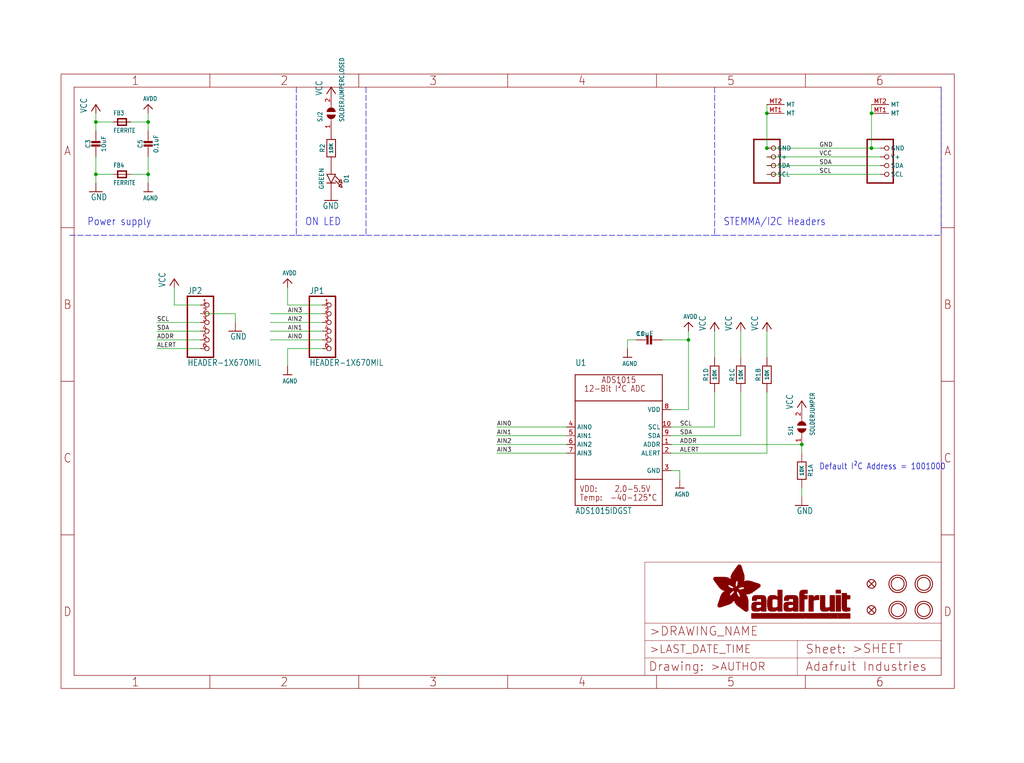
<source format=kicad_sch>
(kicad_sch (version 20211123) (generator eeschema)
  (paper "User" 298.45 222.352)
  (lib_symbols
    (symbol "eagleSchem-eagle-import:ADC_ADS1015"
      (property "Reference" "U" (at -12.7 20.32 0))
      (property "Value" "ADC_ADS1015" (at -12.7 -22.86 0))
      (symbol "ADC_ADS1015_1_0"
        (text "-40-125°C" (at -2.54 -19.05 0) (effects (font (size 1.778 1.5113)) (justify left bottom)))
        (text "12-Bit I²C ADC" (at -10.16 12.7 0) (effects (font (size 1.778 1.5113)) (justify left bottom)))
        (text "2.0-5.5V" (at -1.27 -16.51 0) (effects (font (size 1.778 1.5113)) (justify left bottom)))
        (text "ADS1015" (at -5.08 15.24 0) (effects (font (size 1.778 1.5113)) (justify left bottom)))
        (text "Temp:" (at -11.43 -19.05 0) (effects (font (size 1.778 1.5113)) (justify left bottom)))
        (text "VDD:" (at -11.43 -16.51 0) (effects (font (size 1.778 1.5113)) (justify left bottom)))
        (pin bidirectional line (at 15.24 -2.54 180) (length 2.54) (name "ADDR") (number "1"))
        (pin bidirectional line (at 15.24 2.54 180) (length 2.54) (name "SCL") (number "10"))
        (pin bidirectional line (at 15.24 -5.08 180) (length 2.54) (name "ALERT") (number "2"))
        (pin bidirectional line (at 15.24 -10.16 180) (length 2.54) (name "GND") (number "3"))
        (pin bidirectional line (at -15.24 2.54 0) (length 2.54) (name "AIN0") (number "4"))
        (pin bidirectional line (at -15.24 0 0) (length 2.54) (name "AIN1") (number "5"))
        (pin bidirectional line (at -15.24 -2.54 0) (length 2.54) (name "AIN2") (number "6"))
        (pin bidirectional line (at -15.24 -5.08 0) (length 2.54) (name "AIN3") (number "7"))
        (pin bidirectional line (at 15.24 7.62 180) (length 2.54) (name "VDD") (number "8"))
        (pin bidirectional line (at 15.24 0 180) (length 2.54) (name "SDA") (number "9"))
      )
    )
    (symbol "eagleSchem-eagle-import:AGND" (power)
      (property "Value" "AGND" (at -1.524 -2.54 0))
      (symbol "AGND_1_0"
        (pin power_in line (at 0 2.54 270) (length 2.54) (name "AGND") (number "1"))
      )
    )
    (symbol "eagleSchem-eagle-import:AVDD" (power)
      (property "Value" "AVDD" (at -1.524 1.016 0))
      (symbol "AVDD_1_0"
        (pin power_in line (at 0 -2.54 90) (length 2.54) (name "AVDD") (number "1"))
      )
    )
    (symbol "eagleSchem-eagle-import:CAP_CERAMIC0603_NO"
      (property "Reference" "C" (at -2.29 1.25 90))
      (property "Value" "CAP_CERAMIC0603_NO" (at 2.3 1.25 90))
      (symbol "CAP_CERAMIC0603_NO_1_0"
        (pin passive line (at 0 5.08 270) (length 2.54) (name "1") (number "1"))
        (pin passive line (at 0 -2.54 90) (length 2.54) (name "2") (number "2"))
      )
    )
    (symbol "eagleSchem-eagle-import:CAP_CERAMIC0805-NOOUTLINE"
      (property "Reference" "C" (at -2.29 1.25 90))
      (property "Value" "CAP_CERAMIC0805-NOOUTLINE" (at 2.3 1.25 90))
      (symbol "CAP_CERAMIC0805-NOOUTLINE_1_0"
        (pin passive line (at 0 5.08 270) (length 2.54) (name "1") (number "1"))
        (pin passive line (at 0 -2.54 90) (length 2.54) (name "2") (number "2"))
      )
    )
    (symbol "eagleSchem-eagle-import:FERRITE-0603NO"
      (property "Reference" "FB" (at -1.27 1.905 0))
      (property "Value" "FERRITE-0603NO" (at -1.27 -3.175 0))
      (symbol "FERRITE-0603NO_1_0"
        (pin passive line (at -2.54 0 0) (length 2.54) (name "P$1") (number "1"))
        (pin passive line (at 2.54 0 180) (length 2.54) (name "P$2") (number "2"))
      )
    )
    (symbol "eagleSchem-eagle-import:FIDUCIAL_1MM")
    (symbol "eagleSchem-eagle-import:FRAME_A4_ADAFRUIT"
      (symbol "FRAME_A4_ADAFRUIT_1_0"
        (text "1" (at 21.6958 1.905 0) (effects (font (size 2.54 2.286))))
        (text "1" (at 21.6958 177.165 0) (effects (font (size 2.54 2.286))))
        (text "2" (at 65.0875 1.905 0) (effects (font (size 2.54 2.286))))
        (text "2" (at 65.0875 177.165 0) (effects (font (size 2.54 2.286))))
        (text "3" (at 108.4792 1.905 0) (effects (font (size 2.54 2.286))))
        (text "3" (at 108.4792 177.165 0) (effects (font (size 2.54 2.286))))
        (text "4" (at 151.8708 1.905 0) (effects (font (size 2.54 2.286))))
        (text "4" (at 151.8708 177.165 0) (effects (font (size 2.54 2.286))))
        (text "5" (at 195.2625 1.905 0) (effects (font (size 2.54 2.286))))
        (text "5" (at 195.2625 177.165 0) (effects (font (size 2.54 2.286))))
        (text "6" (at 238.6542 1.905 0) (effects (font (size 2.54 2.286))))
        (text "6" (at 238.6542 177.165 0) (effects (font (size 2.54 2.286))))
        (text ">AUTHOR" (at 189.23 5.08 0) (effects (font (size 2.286 2.286)) (justify left bottom)))
        (text ">DRAWING_NAME" (at 171.45 15.24 0) (effects (font (size 2.54 2.54)) (justify left bottom)))
        (text ">LAST_DATE_TIME" (at 171.45 10.16 0) (effects (font (size 2.286 2.286)) (justify left bottom)))
        (text ">SHEET" (at 230.505 10.16 0) (effects (font (size 2.54 2.54)) (justify left bottom)))
        (text "A" (at 1.905 156.6863 0) (effects (font (size 2.54 2.286))))
        (text "A" (at 258.445 156.6863 0) (effects (font (size 2.54 2.286))))
        (text "Adafruit Industries" (at 216.916 4.953 0) (effects (font (size 2.54 2.54)) (justify left bottom)))
        (text "B" (at 1.905 111.9188 0) (effects (font (size 2.54 2.286))))
        (text "B" (at 258.445 111.9188 0) (effects (font (size 2.54 2.286))))
        (text "C" (at 1.905 67.1513 0) (effects (font (size 2.54 2.286))))
        (text "C" (at 258.445 67.1513 0) (effects (font (size 2.54 2.286))))
        (text "D" (at 1.905 22.3838 0) (effects (font (size 2.54 2.286))))
        (text "D" (at 258.445 22.3838 0) (effects (font (size 2.54 2.286))))
        (text "Drawing:" (at 171.196 4.953 0) (effects (font (size 2.54 2.54)) (justify left bottom)))
        (text "Sheet:" (at 216.916 10.033 0) (effects (font (size 2.54 2.54)) (justify left bottom)))
      )
    )
    (symbol "eagleSchem-eagle-import:GND" (power)
      (property "Value" "GND" (at -2.54 -2.54 0))
      (symbol "GND_1_0"
        (pin power_in line (at 0 2.54 270) (length 2.54) (name "GND") (number "1"))
      )
    )
    (symbol "eagleSchem-eagle-import:HEADER-1X670MIL"
      (property "Reference" "JP" (at -6.35 10.795 0))
      (property "Value" "HEADER-1X670MIL" (at -6.35 -10.16 0))
      (symbol "HEADER-1X670MIL_1_0"
        (pin passive inverted (at -2.54 7.62 0) (length 2.54) (name "1") (number "1"))
        (pin passive inverted (at -2.54 5.08 0) (length 2.54) (name "2") (number "2"))
        (pin passive inverted (at -2.54 2.54 0) (length 2.54) (name "3") (number "3"))
        (pin passive inverted (at -2.54 0 0) (length 2.54) (name "4") (number "4"))
        (pin passive inverted (at -2.54 -2.54 0) (length 2.54) (name "5") (number "5"))
        (pin passive inverted (at -2.54 -5.08 0) (length 2.54) (name "6") (number "6"))
      )
    )
    (symbol "eagleSchem-eagle-import:LED0603_NOOUTLINE"
      (property "Reference" "D" (at -1.27 4.445 0))
      (property "Value" "LED0603_NOOUTLINE" (at -1.27 -2.794 0))
      (symbol "LED0603_NOOUTLINE_1_0"
        (pin passive line (at -5.08 0 0) (length 2.54) (name "A") (number "A"))
        (pin passive line (at 2.54 0 180) (length 2.54) (name "C") (number "C"))
      )
    )
    (symbol "eagleSchem-eagle-import:MOUNTINGHOLE2.5")
    (symbol "eagleSchem-eagle-import:RESISTOR_0603_NOOUT"
      (property "Reference" "R" (at 0 2.54 0))
      (property "Value" "RESISTOR_0603_NOOUT" (at 0 0 0))
      (symbol "RESISTOR_0603_NOOUT_1_0"
        (pin passive line (at -5.08 0 0) (length 2.54) (name "1") (number "1"))
        (pin passive line (at 5.08 0 180) (length 2.54) (name "2") (number "2"))
      )
    )
    (symbol "eagleSchem-eagle-import:RESISTOR_4PACK"
      (property "Reference" "R" (at 0 2.54 0))
      (property "Value" "RESISTOR_4PACK" (at 0 0 0))
      (symbol "RESISTOR_4PACK_1_0"
        (pin passive line (at -5.08 0 0) (length 2.54) (name "1") (number "1"))
        (pin passive line (at 5.08 0 180) (length 2.54) (name "2") (number "8"))
      )
      (symbol "RESISTOR_4PACK_2_0"
        (pin passive line (at -5.08 0 0) (length 2.54) (name "1") (number "2"))
        (pin passive line (at 5.08 0 180) (length 2.54) (name "2") (number "7"))
      )
      (symbol "RESISTOR_4PACK_3_0"
        (pin passive line (at -5.08 0 0) (length 2.54) (name "1") (number "3"))
        (pin passive line (at 5.08 0 180) (length 2.54) (name "2") (number "6"))
      )
      (symbol "RESISTOR_4PACK_4_0"
        (pin passive line (at -5.08 0 0) (length 2.54) (name "1") (number "4"))
        (pin passive line (at 5.08 0 180) (length 2.54) (name "2") (number "5"))
      )
    )
    (symbol "eagleSchem-eagle-import:SOLDERJUMPER"
      (property "Reference" "SJ" (at -2.54 2.54 0))
      (property "Value" "SOLDERJUMPER" (at -2.54 -3.81 0))
      (symbol "SOLDERJUMPER_1_0"
        (pin passive line (at -5.08 0 0) (length 2.54) (name "1") (number "1"))
        (pin passive line (at 5.08 0 180) (length 2.54) (name "2") (number "2"))
      )
    )
    (symbol "eagleSchem-eagle-import:SOLDERJUMPERCLOSED"
      (property "Reference" "SJ" (at -2.54 2.54 0))
      (property "Value" "SOLDERJUMPERCLOSED" (at -2.54 -3.81 0))
      (symbol "SOLDERJUMPERCLOSED_1_0"
        (pin passive line (at -5.08 0 0) (length 2.54) (name "1") (number "1"))
        (pin passive line (at 5.08 0 180) (length 2.54) (name "2") (number "2"))
      )
    )
    (symbol "eagleSchem-eagle-import:STEMMA_I2C_QT"
      (symbol "STEMMA_I2C_QT_1_0"
        (pin passive inverted (at 0 5.08 0) (length 2.54) (name "GND") (number "1"))
        (pin passive inverted (at 0 2.54 0) (length 2.54) (name "V+") (number "2"))
        (pin passive inverted (at 0 0 0) (length 2.54) (name "SDA") (number "3"))
        (pin passive inverted (at 0 -2.54 0) (length 2.54) (name "SCL") (number "4"))
      )
      (symbol "STEMMA_I2C_QT_2_0"
        (pin bidirectional line (at 0 0 0) (length 5.08) (name "MT") (number "MT1"))
      )
      (symbol "STEMMA_I2C_QT_3_0"
        (pin bidirectional line (at 0 0 0) (length 5.08) (name "MT") (number "MT2"))
      )
    )
    (symbol "eagleSchem-eagle-import:VCC" (power)
      (property "Value" "VCC" (at -2.54 -2.54 90))
      (symbol "VCC_1_0"
        (pin power_in line (at 0 -2.54 90) (length 2.54) (name "VCC") (number "1"))
      )
    )
  )
  (junction (at 43.18 50.8))
  (junction (at 233.68 129.54))
  (junction (at 27.94 35.56))
  (junction (at 223.52 33.02))
  (junction (at 254 33.02))
  (junction (at 27.94 50.8))
  (junction (at 223.52 43.18))
  (junction (at 254 43.18))
  (junction (at 200.66 99.06))
  (junction (at 43.18 35.56))
  (polyline (pts (xy 208.28 25.4) (xy 208.28 68.58)))
  (wire (pts (xy 215.9 127) (xy 215.9 114.3)))
  (wire (pts (xy 254 43.18) (xy 223.52 43.18)))
  (wire (pts (xy 58.42 91.44) (xy 68.58 91.44)))
  (wire (pts (xy 68.58 91.44) (xy 68.58 93.98)))
  (wire (pts (xy 78.74 91.44) (xy 93.98 91.44)))
  (wire (pts (xy 195.58 119.38) (xy 200.66 119.38)))
  (polyline (pts (xy 106.68 68.58) (xy 208.28 68.58)))
  (wire (pts (xy 43.18 50.8) (xy 43.18 53.34)))
  (polyline (pts (xy 106.68 25.4) (xy 106.68 68.58)))
  (wire (pts (xy 208.28 104.14) (xy 208.28 96.52)))
  (wire (pts (xy 223.52 30.48) (xy 223.52 33.02)))
  (wire (pts (xy 198.12 137.16) (xy 198.12 139.7)))
  (polyline (pts (xy 208.28 68.58) (xy 274.32 68.58)))
  (wire (pts (xy 27.94 33.02) (xy 27.94 35.56)))
  (wire (pts (xy 200.66 99.06) (xy 200.66 96.52)))
  (wire (pts (xy 254 30.48) (xy 254 33.02)))
  (wire (pts (xy 83.82 88.9) (xy 83.82 83.82)))
  (wire (pts (xy 233.68 129.54) (xy 233.68 132.08)))
  (wire (pts (xy 144.78 124.46) (xy 165.1 124.46)))
  (wire (pts (xy 27.94 50.8) (xy 33.02 50.8)))
  (wire (pts (xy 27.94 53.34) (xy 27.94 50.8)))
  (wire (pts (xy 78.74 96.52) (xy 93.98 96.52)))
  (wire (pts (xy 83.82 101.6) (xy 83.82 106.68)))
  (wire (pts (xy 223.52 132.08) (xy 223.52 114.3)))
  (wire (pts (xy 78.74 93.98) (xy 93.98 93.98)))
  (wire (pts (xy 27.94 35.56) (xy 33.02 35.56)))
  (wire (pts (xy 27.94 35.56) (xy 27.94 38.1)))
  (wire (pts (xy 256.54 48.26) (xy 223.52 48.26)))
  (wire (pts (xy 58.42 101.6) (xy 45.72 101.6)))
  (wire (pts (xy 78.74 99.06) (xy 93.98 99.06)))
  (wire (pts (xy 43.18 35.56) (xy 43.18 33.02)))
  (polyline (pts (xy 86.36 25.4) (xy 86.36 68.58)))
  (wire (pts (xy 195.58 137.16) (xy 198.12 137.16)))
  (wire (pts (xy 195.58 127) (xy 215.9 127)))
  (wire (pts (xy 50.8 88.9) (xy 50.8 83.82)))
  (wire (pts (xy 43.18 45.72) (xy 43.18 50.8)))
  (wire (pts (xy 208.28 124.46) (xy 208.28 114.3)))
  (wire (pts (xy 38.1 35.56) (xy 43.18 35.56)))
  (wire (pts (xy 58.42 93.98) (xy 45.72 93.98)))
  (wire (pts (xy 185.42 99.06) (xy 182.88 99.06)))
  (wire (pts (xy 256.54 43.18) (xy 254 43.18)))
  (wire (pts (xy 27.94 50.8) (xy 27.94 45.72)))
  (wire (pts (xy 195.58 129.54) (xy 233.68 129.54)))
  (wire (pts (xy 93.98 88.9) (xy 83.82 88.9)))
  (polyline (pts (xy 274.32 25.4) (xy 274.32 68.58)))
  (wire (pts (xy 58.42 99.06) (xy 45.72 99.06)))
  (wire (pts (xy 215.9 104.14) (xy 215.9 96.52)))
  (wire (pts (xy 223.52 45.72) (xy 256.54 45.72)))
  (wire (pts (xy 195.58 124.46) (xy 208.28 124.46)))
  (wire (pts (xy 58.42 88.9) (xy 50.8 88.9)))
  (wire (pts (xy 223.52 50.8) (xy 256.54 50.8)))
  (wire (pts (xy 200.66 99.06) (xy 193.04 99.06)))
  (wire (pts (xy 195.58 132.08) (xy 223.52 132.08)))
  (polyline (pts (xy 20.32 68.58) (xy 86.36 68.58)))
  (wire (pts (xy 43.18 35.56) (xy 43.18 38.1)))
  (wire (pts (xy 38.1 50.8) (xy 43.18 50.8)))
  (wire (pts (xy 165.1 129.54) (xy 144.78 129.54)))
  (polyline (pts (xy 86.36 68.58) (xy 106.68 68.58)))
  (wire (pts (xy 165.1 127) (xy 144.78 127)))
  (wire (pts (xy 58.42 96.52) (xy 45.72 96.52)))
  (wire (pts (xy 233.68 142.24) (xy 233.68 144.78)))
  (wire (pts (xy 182.88 99.06) (xy 182.88 101.6)))
  (wire (pts (xy 223.52 104.14) (xy 223.52 96.52)))
  (wire (pts (xy 223.52 33.02) (xy 223.52 43.18)))
  (wire (pts (xy 93.98 101.6) (xy 83.82 101.6)))
  (wire (pts (xy 254 33.02) (xy 254 43.18)))
  (wire (pts (xy 165.1 132.08) (xy 144.78 132.08)))
  (wire (pts (xy 200.66 119.38) (xy 200.66 99.06)))
  (text "STEMMA/I2C Headers" (at 210.82 66.04 180) (effects (font (size 2.1844 1.8567)) (justify left bottom)))
  (text "Default I²C Address = 1001000" (at 238.76 137.16 180) (effects (font (size 1.778 1.5113)) (justify left bottom)))
  (text "ON LED" (at 88.9 66.04 180) (effects (font (size 2.1844 1.8567)) (justify left bottom)))
  (text "Power supply" (at 25.4 66.04 180) (effects (font (size 2.1844 1.8567)) (justify left bottom)))
  (label "SDA" (at 238.76 48.26 0) (effects (font (size 1.2446 1.2446))))
  (label "AIN0" (at 144.78 124.46 0) (effects (font (size 1.2446 1.2446))))
  (label "SCL" (at 198.12 124.46 0) (effects (font (size 1.2446 1.2446))))
  (label "AIN1" (at 144.78 127 0) (effects (font (size 1.2446 1.2446))))
  (label "VCC" (at 238.76 45.72 0) (effects (font (size 1.2446 1.2446))))
  (label "AIN0" (at 83.82 99.06 0) (effects (font (size 1.2446 1.2446))))
  (label "ALERT" (at 198.12 132.08 0) (effects (font (size 1.2446 1.2446))))
  (label "SCL" (at 238.76 50.8 0) (effects (font (size 1.2446 1.2446))))
  (label "SDA" (at 198.12 127 0) (effects (font (size 1.2446 1.2446))))
  (label "AIN3" (at 83.82 91.44 0) (effects (font (size 1.2446 1.2446))))
  (label "SDA" (at 45.72 96.52 0) (effects (font (size 1.2446 1.2446))))
  (label "AIN3" (at 144.78 132.08 0) (effects (font (size 1.2446 1.2446))))
  (label "AIN1" (at 83.82 96.52 0) (effects (font (size 1.2446 1.2446))))
  (label "AIN2" (at 144.78 129.54 0) (effects (font (size 1.2446 1.2446))))
  (label "ADDR" (at 45.72 99.06 0) (effects (font (size 1.2446 1.2446))))
  (label "AIN2" (at 83.82 93.98 0) (effects (font (size 1.2446 1.2446))))
  (label "ADDR" (at 198.12 129.54 0) (effects (font (size 1.2446 1.2446))))
  (label "SCL" (at 45.72 93.98 0) (effects (font (size 1.2446 1.2446))))
  (label "ALERT" (at 45.72 101.6 0) (effects (font (size 1.2446 1.2446))))
  (label "GND" (at 238.76 43.18 0) (effects (font (size 1.2446 1.2446))))
  (symbol (lib_id "eagleSchem-eagle-import:VCC") (at 215.9 93.98 0) (unit 1)
    (property "Reference" "#P+2" (effects hide))
    (property "Value" "VCC" (at 213.36 96.52 90) (effects (font (size 1.778 1.5113)) (justify left bottom)))
    (property "Footprint" "eagleSchem:" (effects hide))
  )
  (symbol (lib_id "eagleSchem-eagle-import:RESISTOR_4PACK") (at 223.52 109.22 90) (unit 2)
    (property "Reference" "R1" (at 220.98 109.22 0))
    (property "Value" "10K" (at 223.52 109.22 0) (effects (font (size 1.016 1.016) bold)))
    (property "Footprint" "eagleSchem:RESPACK_4X0603" (effects hide))
  )
  (symbol (lib_id "eagleSchem-eagle-import:AVDD") (at 83.82 81.28 0) (unit 1)
    (property "Reference" "#U$11" (effects hide))
    (property "Value" "AVDD" (at 82.296 80.264 0) (effects (font (size 1.27 1.0795)) (justify left bottom)))
    (property "Footprint" "eagleSchem:" (effects hide))
  )
  (symbol (lib_id "eagleSchem-eagle-import:VCC") (at 27.94 30.48 0) (unit 1)
    (property "Reference" "#P+3" (effects hide))
    (property "Value" "VCC" (at 25.4 33.02 90) (effects (font (size 1.778 1.5113)) (justify left bottom)))
    (property "Footprint" "eagleSchem:" (effects hide))
  )
  (symbol (lib_id "eagleSchem-eagle-import:GND") (at 233.68 147.32 0) (unit 1)
    (property "Reference" "#U$6" (effects hide))
    (property "Value" "GND" (at 232.156 149.86 0) (effects (font (size 1.778 1.5113)) (justify left bottom)))
    (property "Footprint" "eagleSchem:" (effects hide))
  )
  (symbol (lib_id "eagleSchem-eagle-import:VCC") (at 233.68 116.84 0) (unit 1)
    (property "Reference" "#P+7" (effects hide))
    (property "Value" "VCC" (at 231.14 119.38 90) (effects (font (size 1.778 1.5113)) (justify left bottom)))
    (property "Footprint" "eagleSchem:" (effects hide))
  )
  (symbol (lib_id "eagleSchem-eagle-import:AGND") (at 43.18 55.88 0) (unit 1)
    (property "Reference" "#U$19" (effects hide))
    (property "Value" "AGND" (at 41.656 58.42 0) (effects (font (size 1.27 1.0795)) (justify left bottom)))
    (property "Footprint" "eagleSchem:" (effects hide))
  )
  (symbol (lib_id "eagleSchem-eagle-import:VCC") (at 223.52 93.98 0) (unit 1)
    (property "Reference" "#P+6" (effects hide))
    (property "Value" "VCC" (at 220.98 96.52 90) (effects (font (size 1.778 1.5113)) (justify left bottom)))
    (property "Footprint" "eagleSchem:" (effects hide))
  )
  (symbol (lib_id "eagleSchem-eagle-import:AGND") (at 182.88 104.14 0) (unit 1)
    (property "Reference" "#U$2" (effects hide))
    (property "Value" "AGND" (at 181.356 106.68 0) (effects (font (size 1.27 1.0795)) (justify left bottom)))
    (property "Footprint" "eagleSchem:" (effects hide))
  )
  (symbol (lib_id "eagleSchem-eagle-import:STEMMA_I2C_QT") (at 256.54 48.26 0) (unit 1)
    (property "Reference" "CONN4" (effects hide))
    (property "Value" "STEMMA_I2C_QT" (effects hide))
    (property "Footprint" "eagleSchem:JST_SH4" (effects hide))
  )
  (symbol (lib_id "eagleSchem-eagle-import:AVDD") (at 200.66 93.98 0) (unit 1)
    (property "Reference" "#U$10" (effects hide))
    (property "Value" "AVDD" (at 199.136 92.964 0) (effects (font (size 1.27 1.0795)) (justify left bottom)))
    (property "Footprint" "eagleSchem:" (effects hide))
  )
  (symbol (lib_id "eagleSchem-eagle-import:FIDUCIAL_1MM") (at 254 177.8 0) (unit 1)
    (property "Reference" "FID3" (effects hide))
    (property "Value" "FIDUCIAL_1MM" (effects hide))
    (property "Footprint" "eagleSchem:FIDUCIAL_1MM" (effects hide))
  )
  (symbol (lib_id "eagleSchem-eagle-import:MOUNTINGHOLE2.5") (at 269.24 177.8 0) (unit 1)
    (property "Reference" "U$30" (effects hide))
    (property "Value" "MOUNTINGHOLE2.5" (effects hide))
    (property "Footprint" "eagleSchem:MOUNTINGHOLE_2.5_PLATED" (effects hide))
  )
  (symbol (lib_id "eagleSchem-eagle-import:ADC_ADS1015") (at 180.34 127 0) (unit 1)
    (property "Reference" "U1" (at 167.64 106.68 0) (effects (font (size 1.778 1.5113)) (justify left bottom)))
    (property "Value" "ADS1015IDGST" (at 167.64 149.86 0) (effects (font (size 1.778 1.5113)) (justify left bottom)))
    (property "Footprint" "eagleSchem:MSOP10" (effects hide))
  )
  (symbol (lib_id "eagleSchem-eagle-import:GND") (at 96.52 58.42 0) (unit 1)
    (property "Reference" "#GND6" (effects hide))
    (property "Value" "GND" (at 93.98 60.96 0) (effects (font (size 1.778 1.5113)) (justify left bottom)))
    (property "Footprint" "eagleSchem:" (effects hide))
  )
  (symbol (lib_id "eagleSchem-eagle-import:MOUNTINGHOLE2.5") (at 261.62 170.18 0) (unit 1)
    (property "Reference" "U$27" (effects hide))
    (property "Value" "MOUNTINGHOLE2.5" (effects hide))
    (property "Footprint" "eagleSchem:MOUNTINGHOLE_2.5_PLATED" (effects hide))
  )
  (symbol (lib_id "eagleSchem-eagle-import:VCC") (at 208.28 93.98 0) (unit 1)
    (property "Reference" "#P+1" (effects hide))
    (property "Value" "VCC" (at 205.74 96.52 90) (effects (font (size 1.778 1.5113)) (justify left bottom)))
    (property "Footprint" "eagleSchem:" (effects hide))
  )
  (symbol (lib_id "eagleSchem-eagle-import:FERRITE-0603NO") (at 35.56 50.8 0) (unit 1)
    (property "Reference" "FB4" (at 33.02 48.895 0) (effects (font (size 1.27 1.0795)) (justify left bottom)))
    (property "Value" "FERRITE" (at 33.02 53.975 0) (effects (font (size 1.27 1.0795)) (justify left bottom)))
    (property "Footprint" "eagleSchem:0603-NO" (effects hide))
  )
  (symbol (lib_id "eagleSchem-eagle-import:CAP_CERAMIC0805-NOOUTLINE") (at 190.5 99.06 90) (unit 1)
    (property "Reference" "C1" (at 187.96 96.52 90) (effects (justify left bottom)))
    (property "Value" "10µF" (at 190.5 96.52 90) (effects (justify left bottom)))
    (property "Footprint" "eagleSchem:0805-NO" (effects hide))
  )
  (symbol (lib_id "eagleSchem-eagle-import:RESISTOR_0603_NOOUT") (at 96.52 43.18 90) (unit 1)
    (property "Reference" "R2" (at 93.98 43.18 0))
    (property "Value" "10K" (at 96.52 43.18 0) (effects (font (size 1.016 1.016) bold)))
    (property "Footprint" "eagleSchem:0603-NO" (effects hide))
  )
  (symbol (lib_id "eagleSchem-eagle-import:CAP_CERAMIC0805-NOOUTLINE") (at 27.94 43.18 0) (unit 1)
    (property "Reference" "C3" (at 25.65 41.93 90))
    (property "Value" "10uF" (at 30.24 41.93 90))
    (property "Footprint" "eagleSchem:0805-NO" (effects hide))
  )
  (symbol (lib_id "eagleSchem-eagle-import:FERRITE-0603NO") (at 35.56 35.56 0) (unit 1)
    (property "Reference" "FB3" (at 33.02 33.655 0) (effects (font (size 1.27 1.0795)) (justify left bottom)))
    (property "Value" "FERRITE" (at 33.02 38.735 0) (effects (font (size 1.27 1.0795)) (justify left bottom)))
    (property "Footprint" "eagleSchem:0603-NO" (effects hide))
  )
  (symbol (lib_id "eagleSchem-eagle-import:AGND") (at 83.82 109.22 0) (unit 1)
    (property "Reference" "#U$12" (effects hide))
    (property "Value" "AGND" (at 82.296 111.76 0) (effects (font (size 1.27 1.0795)) (justify left bottom)))
    (property "Footprint" "eagleSchem:" (effects hide))
  )
  (symbol (lib_id "eagleSchem-eagle-import:SOLDERJUMPER") (at 233.68 124.46 90) (unit 1)
    (property "Reference" "SJ1" (at 231.14 127 0) (effects (font (size 1.27 1.0795)) (justify left bottom)))
    (property "Value" "SOLDERJUMPER" (at 237.49 127 0) (effects (font (size 1.27 1.0795)) (justify left bottom)))
    (property "Footprint" "eagleSchem:SOLDERJUMPER_ARROW_NOPASTE" (effects hide))
  )
  (symbol (lib_id "eagleSchem-eagle-import:STEMMA_I2C_QT") (at 254 30.48 0) (unit 3)
    (property "Reference" "CONN4" (effects hide))
    (property "Value" "STEMMA_I2C_QT" (effects hide))
    (property "Footprint" "eagleSchem:JST_SH4" (effects hide))
  )
  (symbol (lib_id "eagleSchem-eagle-import:FRAME_A4_ADAFRUIT") (at 17.78 200.66 0) (unit 1)
    (property "Reference" "#U$28" (effects hide))
    (property "Value" "FRAME_A4_ADAFRUIT" (effects hide))
    (property "Footprint" "eagleSchem:" (effects hide))
  )
  (symbol (lib_id "eagleSchem-eagle-import:MOUNTINGHOLE2.5") (at 269.24 170.18 0) (unit 1)
    (property "Reference" "U$29" (effects hide))
    (property "Value" "MOUNTINGHOLE2.5" (effects hide))
    (property "Footprint" "eagleSchem:MOUNTINGHOLE_2.5_PLATED" (effects hide))
  )
  (symbol (lib_id "eagleSchem-eagle-import:HEADER-1X670MIL") (at 60.96 96.52 0) (unit 1)
    (property "Reference" "JP2" (at 54.61 85.725 0) (effects (font (size 1.778 1.5113)) (justify left bottom)))
    (property "Value" "HEADER-1X670MIL" (at 54.61 106.68 0) (effects (font (size 1.778 1.5113)) (justify left bottom)))
    (property "Footprint" "eagleSchem:1X06_ROUND_70" (effects hide))
  )
  (symbol (lib_id "eagleSchem-eagle-import:MOUNTINGHOLE2.5") (at 261.62 177.8 0) (unit 1)
    (property "Reference" "U$25" (effects hide))
    (property "Value" "MOUNTINGHOLE2.5" (effects hide))
    (property "Footprint" "eagleSchem:MOUNTINGHOLE_2.5_PLATED" (effects hide))
  )
  (symbol (lib_id "eagleSchem-eagle-import:AGND") (at 198.12 142.24 0) (unit 1)
    (property "Reference" "#U$5" (effects hide))
    (property "Value" "AGND" (at 196.596 144.78 0) (effects (font (size 1.27 1.0795)) (justify left bottom)))
    (property "Footprint" "eagleSchem:" (effects hide))
  )
  (symbol (lib_id "eagleSchem-eagle-import:AVDD") (at 43.18 30.48 0) (unit 1)
    (property "Reference" "#U$9" (effects hide))
    (property "Value" "AVDD" (at 41.656 29.464 0) (effects (font (size 1.27 1.0795)) (justify left bottom)))
    (property "Footprint" "eagleSchem:" (effects hide))
  )
  (symbol (lib_id "eagleSchem-eagle-import:FIDUCIAL_1MM") (at 254 170.18 0) (unit 1)
    (property "Reference" "FID4" (effects hide))
    (property "Value" "FIDUCIAL_1MM" (effects hide))
    (property "Footprint" "eagleSchem:FIDUCIAL_1MM" (effects hide))
  )
  (symbol (lib_id "eagleSchem-eagle-import:RESISTOR_4PACK") (at 233.68 137.16 270) (unit 1)
    (property "Reference" "R1" (at 236.22 137.16 0))
    (property "Value" "10K" (at 233.68 137.16 0) (effects (font (size 1.016 1.016) bold)))
    (property "Footprint" "eagleSchem:RESPACK_4X0603" (effects hide))
  )
  (symbol (lib_id "eagleSchem-eagle-import:GND") (at 68.58 96.52 0) (unit 1)
    (property "Reference" "#U$18" (effects hide))
    (property "Value" "GND" (at 67.056 99.06 0) (effects (font (size 1.778 1.5113)) (justify left bottom)))
    (property "Footprint" "eagleSchem:" (effects hide))
  )
  (symbol (lib_id "eagleSchem-eagle-import:HEADER-1X670MIL") (at 96.52 96.52 0) (unit 1)
    (property "Reference" "JP1" (at 90.17 85.725 0) (effects (font (size 1.778 1.5113)) (justify left bottom)))
    (property "Value" "HEADER-1X670MIL" (at 90.17 106.68 0) (effects (font (size 1.778 1.5113)) (justify left bottom)))
    (property "Footprint" "eagleSchem:1X06_ROUND_70" (effects hide))
  )
  (symbol (lib_id "eagleSchem-eagle-import:RESISTOR_4PACK") (at 208.28 109.22 90) (unit 4)
    (property "Reference" "R1" (at 205.74 109.22 0))
    (property "Value" "10K" (at 208.28 109.22 0) (effects (font (size 1.016 1.016) bold)))
    (property "Footprint" "eagleSchem:RESPACK_4X0603" (effects hide))
  )
  (symbol (lib_id "eagleSchem-eagle-import:RESISTOR_4PACK") (at 215.9 109.22 90) (unit 3)
    (property "Reference" "R1" (at 213.36 109.22 0))
    (property "Value" "10K" (at 215.9 109.22 0) (effects (font (size 1.016 1.016) bold)))
    (property "Footprint" "eagleSchem:RESPACK_4X0603" (effects hide))
  )
  (symbol (lib_id "eagleSchem-eagle-import:GND") (at 27.94 55.88 0) (unit 1)
    (property "Reference" "#U$7" (effects hide))
    (property "Value" "GND" (at 26.416 58.42 0) (effects (font (size 1.778 1.5113)) (justify left bottom)))
    (property "Footprint" "eagleSchem:" (effects hide))
  )
  (symbol (lib_id "eagleSchem-eagle-import:SOLDERJUMPERCLOSED") (at 96.52 33.02 90) (unit 1)
    (property "Reference" "SJ2" (at 93.98 35.56 0) (effects (font (size 1.27 1.0795)) (justify left bottom)))
    (property "Value" "SOLDERJUMPERCLOSED" (at 100.33 35.56 0) (effects (font (size 1.27 1.0795)) (justify left bottom)))
    (property "Footprint" "eagleSchem:SOLDERJUMPER_CLOSEDWIRE" (effects hide))
  )
  (symbol (lib_id "eagleSchem-eagle-import:VCC") (at 96.52 25.4 0) (unit 1)
    (property "Reference" "#P+5" (effects hide))
    (property "Value" "VCC" (at 93.98 27.94 90) (effects (font (size 1.778 1.5113)) (justify left bottom)))
    (property "Footprint" "eagleSchem:" (effects hide))
  )
  (symbol (lib_id "eagleSchem-eagle-import:LED0603_NOOUTLINE") (at 96.52 53.34 270) (unit 1)
    (property "Reference" "D1" (at 100.965 52.07 0))
    (property "Value" "GREEN" (at 93.726 52.07 0))
    (property "Footprint" "eagleSchem:CHIPLED_0603_NOOUTLINE" (effects hide))
  )
  (symbol (lib_id "eagleSchem-eagle-import:STEMMA_I2C_QT") (at 254 33.02 0) (unit 2)
    (property "Reference" "CONN4" (effects hide))
    (property "Value" "STEMMA_I2C_QT" (effects hide))
    (property "Footprint" "eagleSchem:JST_SH4" (effects hide))
  )
  (symbol (lib_id "eagleSchem-eagle-import:CAP_CERAMIC0603_NO") (at 43.18 43.18 0) (unit 1)
    (property "Reference" "C5" (at 40.89 41.93 90))
    (property "Value" "0.1uF" (at 45.48 41.93 90))
    (property "Footprint" "eagleSchem:0603-NO" (effects hide))
  )
  (symbol (lib_id "eagleSchem-eagle-import:STEMMA_I2C_QT") (at 223.52 48.26 0) (unit 1)
    (property "Reference" "CONN3" (effects hide))
    (property "Value" "STEMMA_I2C_QT" (effects hide))
    (property "Footprint" "eagleSchem:JST_SH4" (effects hide))
  )
  (symbol (lib_id "eagleSchem-eagle-import:STEMMA_I2C_QT") (at 223.52 30.48 0) (unit 3)
    (property "Reference" "CONN3" (effects hide))
    (property "Value" "STEMMA_I2C_QT" (effects hide))
    (property "Footprint" "eagleSchem:JST_SH4" (effects hide))
  )
  (symbol (lib_id "eagleSchem-eagle-import:STEMMA_I2C_QT") (at 223.52 33.02 0) (unit 2)
    (property "Reference" "CONN3" (effects hide))
    (property "Value" "STEMMA_I2C_QT" (effects hide))
    (property "Footprint" "eagleSchem:JST_SH4" (effects hide))
  )
  (symbol (lib_id "eagleSchem-eagle-import:VCC") (at 50.8 81.28 0) (unit 1)
    (property "Reference" "#P+4" (effects hide))
    (property "Value" "VCC" (at 48.26 83.82 90) (effects (font (size 1.778 1.5113)) (justify left bottom)))
    (property "Footprint" "eagleSchem:" (effects hide))
  )
)
</source>
